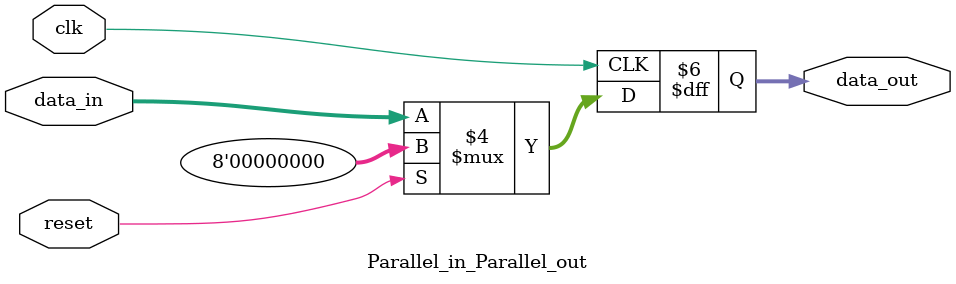
<source format=v>
`timescale 1ns / 1ps


module Parallel_in_Parallel_out(clk, reset, data_in, data_out);
input clk;
input reset;
input [7:0] data_in;
output reg [7:0] data_out;

always@(posedge clk)
begin
    if (reset == 1)
    begin
        data_out = 8'b00000000;
    end
    
    else
    begin
        data_out = data_in;
    end
end

endmodule

</source>
